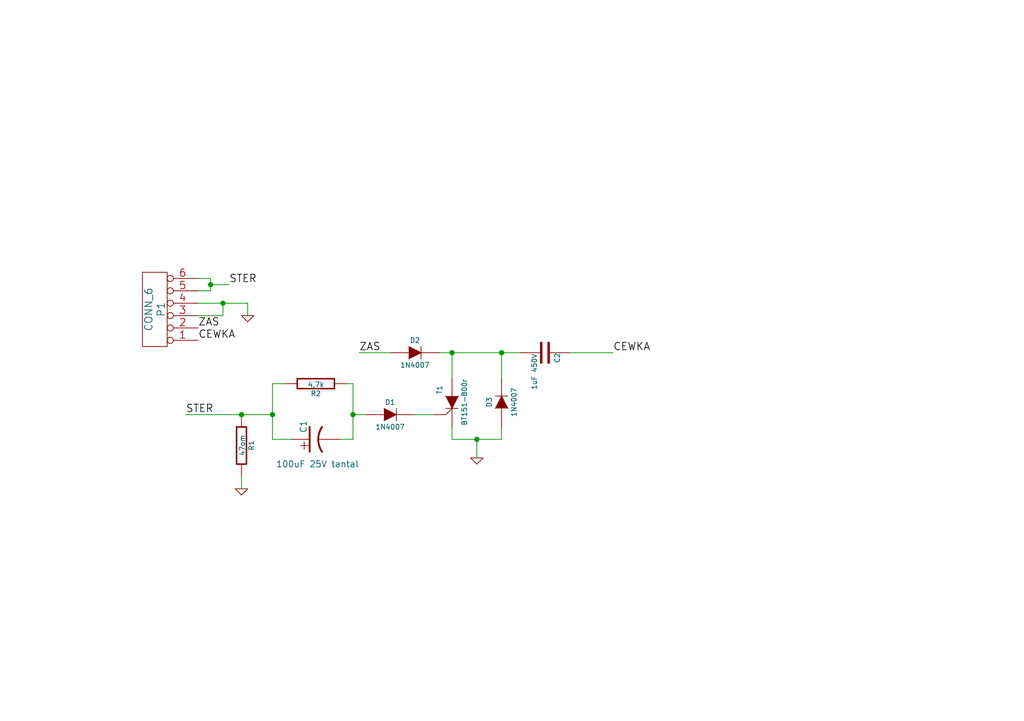
<source format=kicad_sch>
(kicad_sch (version 20231120) (generator "eeschema") (generator_version "8.0")
  (paper "A5")
  (lib_symbols
    (symbol "modul-rescue:C" (pin_numbers hide) (pin_names (offset 0.254))
      (property "Reference" "C" (at 0 2.54 0))
      (property "Value" "C" (at 0.1524 -2.159 0))
      (symbol "C_0_1"
        (polyline (pts (xy -2.032 -0.762) (xy 2.032 -0.762)) (stroke (width 0.508)))
        (polyline (pts (xy -2.032 0.762) (xy 2.032 0.762)) (stroke (width 0.508)))
      )
      (symbol "C_1_1"
        (pin passive line (at 0 5.08 270) (length 4.318) (name "~") (number "1"))
        (pin passive line (at 0 -5.08 90) (length 4.318) (name "~") (number "2"))
      )
    )
    (symbol "modul-rescue:CONN_6" (pin_names (offset 0.762) hide)
      (property "Reference" "P" (at -1.27 0 90))
      (property "Value" "CONN_6" (at 1.27 0 90))
      (symbol "CONN_6_0_1"
        (rectangle (start -2.54 7.62) (end 2.54 -7.62))
      )
      (symbol "CONN_6_1_1"
        (pin passive inverted (at -8.89 6.35 0) (length 6.35) (name "1") (number "1"))
        (pin passive inverted (at -8.89 3.81 0) (length 6.35) (name "2") (number "2"))
        (pin passive inverted (at -8.89 1.27 0) (length 6.35) (name "3") (number "3"))
        (pin passive inverted (at -8.89 -1.27 0) (length 6.35) (name "4") (number "4"))
        (pin passive inverted (at -8.89 -3.81 0) (length 6.35) (name "5") (number "5"))
        (pin passive inverted (at -8.89 -6.35 0) (length 6.35) (name "6") (number "6"))
      )
    )
    (symbol "modul-rescue:CP1" (pin_numbers hide) (pin_names (offset 0.254) hide)
      (property "Reference" "C" (at 1.27 2.54 0))
      (property "Value" "CP1" (at 1.27 -2.54 0))
      (symbol "CP1_0_0"
        (text "+" (at -1.27 2.54 0) (effects (font (size 2.032 2.032))))
      )
      (symbol "CP1_0_1"
        (polyline (pts (xy -2.54 1.27) (xy 2.54 1.27) (xy 1.27 1.27) (xy 1.27 1.27)) (stroke (width 0.381)))
        (arc (start 2.54 -1.27) (mid 0 -0.5009) (end -2.54 -1.27) (stroke (width 0.381)))
      )
      (symbol "CP1_1_1"
        (pin passive line (at 0 5.08 270) (length 3.81) (name "~") (number "1"))
        (pin passive line (at 0 -5.08 90) (length 4.572) (name "~") (number "2"))
      )
    )
    (symbol "modul-rescue:DIODE" (pin_numbers hide) (pin_names (offset 1.016) hide)
      (property "Reference" "D" (at 0 2.54 0))
      (property "Value" "DIODE" (at 0 -2.54 0))
      (symbol "DIODE_0_1"
        (polyline (pts (xy 1.27 1.27) (xy 1.27 -1.27)) (stroke (width 0.1524)))
        (polyline (pts (xy -1.27 1.27) (xy 1.27 0) (xy -1.27 -1.27)) (fill (type outline)))
      )
      (symbol "DIODE_1_1"
        (pin passive line (at -5.08 0 0) (length 3.81) (name "A") (number "1"))
        (pin passive line (at 5.08 0 180) (length 3.81) (name "K") (number "2"))
      )
    )
    (symbol "modul-rescue:GND" (power) (pin_names (offset 0))
      (symbol "GND_0_1"
        (polyline (pts (xy -1.27 0) (xy 0 -1.27) (xy 1.27 0) (xy -1.27 0)))
      )
      (symbol "GND_1_1"
        (pin power_in line (at 0 0 90) (length 0) hide (name "GND") (number "1"))
      )
    )
    (symbol "modul-rescue:R" (pin_numbers hide) (pin_names (offset 0))
      (property "Reference" "R" (at 2.032 0 90))
      (property "Value" "R" (at 0.1778 0.0254 90))
      (symbol "R_0_1"
        (rectangle (start -1.016 3.81) (end 1.016 -3.81) (stroke (width 0.3048)))
      )
      (symbol "R_1_1"
        (pin passive line (at 0 6.35 270) (length 2.54) (name "~") (number "1"))
        (pin passive line (at 0 -6.35 90) (length 2.54) (name "~") (number "2"))
      )
    )
    (symbol "modul-rescue:THYRISTOR" (pin_numbers hide) (pin_names (offset 1.016) hide)
      (property "Reference" "T" (at -2.54 2.54 0))
      (property "Value" "THYRISTOR" (at 0 -2.54 0))
      (symbol "THYRISTOR_0_1"
        (polyline (pts (xy 1.27 1.27) (xy 1.27 -1.27)))
        (polyline (pts (xy -1.27 1.27) (xy 1.27 0) (xy -1.27 -1.27)) (fill (type outline)))
        (polyline (pts (xy 1.27 0) (xy 2.54 1.27) (xy 2.54 1.27) (xy 2.54 1.27)))
      )
      (symbol "THYRISTOR_1_1"
        (pin passive line (at -5.08 0 0) (length 3.81) (name "A") (number "A"))
        (pin passive line (at 2.54 3.81 270) (length 2.54) (name "G") (number "G"))
        (pin passive line (at 5.08 0 180) (length 3.81) (name "K") (number "K"))
      )
    )
  )
  (junction (at 92.71 72.39))
  (junction (at 97.79 90.17))
  (junction (at 72.39 85.09))
  (junction (at 43.18 58.42))
  (junction (at 55.88 85.09))
  (junction (at 49.53 85.09))
  (junction (at 102.87 72.39))
  (junction (at 45.72 62.23))
  (wire (pts (xy 97.79 90.17) (xy 92.71 90.17)))
  (wire (pts (xy 92.71 90.17) (xy 92.71 87.63)))
  (wire (pts (xy 72.39 85.09) (xy 72.39 90.17)))
  (wire (pts (xy 40.64 59.69) (xy 43.18 59.69)))
  (wire (pts (xy 88.9 85.09) (xy 85.09 85.09)))
  (wire (pts (xy 43.18 59.69) (xy 43.18 58.42)))
  (wire (pts (xy 58.42 78.74) (xy 55.88 78.74)))
  (wire (pts (xy 43.18 58.42) (xy 43.18 57.15)))
  (wire (pts (xy 40.64 62.23) (xy 45.72 62.23)))
  (wire (pts (xy 50.8 62.23) (xy 50.8 64.77)))
  (wire (pts (xy 97.79 90.17) (xy 97.79 93.98)))
  (wire (pts (xy 90.17 72.39) (xy 92.71 72.39)))
  (wire (pts (xy 55.88 90.17) (xy 59.69 90.17)))
  (wire (pts (xy 49.53 85.09) (xy 55.88 85.09)))
  (wire (pts (xy 102.87 87.63) (xy 102.87 90.17)))
  (wire (pts (xy 116.84 72.39) (xy 125.73 72.39)))
  (wire (pts (xy 40.64 64.77) (xy 45.72 64.77)))
  (wire (pts (xy 49.53 97.79) (xy 49.53 100.33)))
  (wire (pts (xy 102.87 72.39) (xy 106.68 72.39)))
  (wire (pts (xy 43.18 58.42) (xy 46.99 58.42)))
  (wire (pts (xy 55.88 78.74) (xy 55.88 85.09)))
  (wire (pts (xy 92.71 72.39) (xy 92.71 77.47)))
  (wire (pts (xy 102.87 90.17) (xy 97.79 90.17)))
  (wire (pts (xy 45.72 64.77) (xy 45.72 62.23)))
  (wire (pts (xy 43.18 57.15) (xy 40.64 57.15)))
  (wire (pts (xy 72.39 90.17) (xy 69.85 90.17)))
  (wire (pts (xy 80.01 72.39) (xy 73.66 72.39)))
  (wire (pts (xy 71.12 78.74) (xy 72.39 78.74)))
  (wire (pts (xy 74.93 85.09) (xy 72.39 85.09)))
  (wire (pts (xy 45.72 62.23) (xy 50.8 62.23)))
  (wire (pts (xy 102.87 77.47) (xy 102.87 72.39)))
  (wire (pts (xy 72.39 78.74) (xy 72.39 85.09)))
  (wire (pts (xy 92.71 72.39) (xy 102.87 72.39)))
  (wire (pts (xy 38.1 85.09) (xy 49.53 85.09)))
  (wire (pts (xy 55.88 85.09) (xy 55.88 90.17)))
  (label "STER" (at 46.99 58.42 0) (effects (font (size 1.524 1.524))))
  (label "CEWKA" (at 40.64 69.85 0) (effects (font (size 1.524 1.524))))
  (label "ZAS" (at 73.66 72.39 0) (effects (font (size 1.524 1.524))))
  (label "ZAS" (at 40.64 67.31 0) (effects (font (size 1.524 1.524))))
  (label "CEWKA" (at 125.73 72.39 0) (effects (font (size 1.524 1.524))))
  (label "STER" (at 38.1 85.09 0) (effects (font (size 1.524 1.524))))
  (symbol (lib_id "modul-rescue:DIODE") (at 85.09 72.39 0) (unit 1)
    (property "Reference" "D2" (at 85.09 69.85 0) (effects (font (size 1.016 1.016))))
    (property "Value" "1N4007" (at 85.09 74.93 0) (effects (font (size 1.016 1.016))))
  )
  (symbol (lib_id "modul-rescue:DIODE") (at 80.01 85.09 0) (unit 1)
    (property "Reference" "D1" (at 80.01 82.55 0) (effects (font (size 1.016 1.016))))
    (property "Value" "1N4007" (at 80.01 87.63 0) (effects (font (size 1.016 1.016))))
  )
  (symbol (lib_id "modul-rescue:DIODE") (at 102.87 82.55 90) (unit 1)
    (property "Reference" "D3" (at 100.33 82.55 0) (effects (font (size 1.016 1.016))))
    (property "Value" "1N4007" (at 105.41 82.55 0) (effects (font (size 1.016 1.016))))
  )
  (symbol (lib_id "modul-rescue:THYRISTOR") (at 92.71 82.55 90) (mirror x) (unit 1)
    (property "Reference" "T1" (at 90.17 80.01 0) (effects (font (size 1.016 1.016))))
    (property "Value" "BT151-800r" (at 95.25 82.55 0) (effects (font (size 1.016 1.016))))
  )
  (symbol (lib_id "modul-rescue:R") (at 49.53 91.44 0) (unit 1)
    (property "Reference" "R1" (at 51.562 91.44 90) (effects (font (size 1.016 1.016))))
    (property "Value" "47om" (at 49.7078 91.4146 90) (effects (font (size 1.016 1.016))))
  )
  (symbol (lib_id "modul-rescue:R") (at 64.77 78.74 270) (unit 1)
    (property "Reference" "R2" (at 64.77 80.772 90) (effects (font (size 1.016 1.016))))
    (property "Value" "4,7k" (at 64.7954 78.9178 90) (effects (font (size 1.016 1.016))))
  )
  (symbol (lib_id "modul-rescue:C") (at 111.76 72.39 270) (unit 1)
    (property "Reference" "C2" (at 114.3 72.39 0) (effects (font (size 1.016 1.016)) (justify left)))
    (property "Value" "1uF 450V" (at 109.601 72.5424 0) (effects (font (size 1.016 1.016)) (justify left)))
  )
  (symbol (lib_id "modul-rescue:CP1") (at 64.77 90.17 90) (unit 1)
    (property "Reference" "C1" (at 62.23 88.9 0) (effects (justify left)))
    (property "Value" "100uF 25V tantal" (at 73.66 95.25 90) (effects (justify left)))
  )
  (symbol (lib_id "modul-rescue:CONN_6") (at 31.75 63.5 180) (unit 1)
    (property "Reference" "P1" (at 33.02 63.5 90) (effects (font (size 1.524 1.524))))
    (property "Value" "CONN_6" (at 30.48 63.5 90) (effects (font (size 1.524 1.524))))
  )
  (symbol (lib_id "modul-rescue:GND") (at 49.53 100.33 0) (unit 1)
    (property "Reference" "#PWR01" (effects (hide yes)))
    (property "Value" "GND" (effects (hide yes)))
  )
  (symbol (lib_id "modul-rescue:GND") (at 97.79 93.98 0) (unit 1)
    (property "Reference" "#PWR02" (effects (hide yes)))
    (property "Value" "GND" (effects (hide yes)))
  )
  (symbol (lib_id "modul-rescue:GND") (at 50.8 64.77 0) (unit 1)
    (property "Reference" "#PWR03" (effects (hide yes)))
    (property "Value" "GND" (effects (hide yes)))
  )
)
</source>
